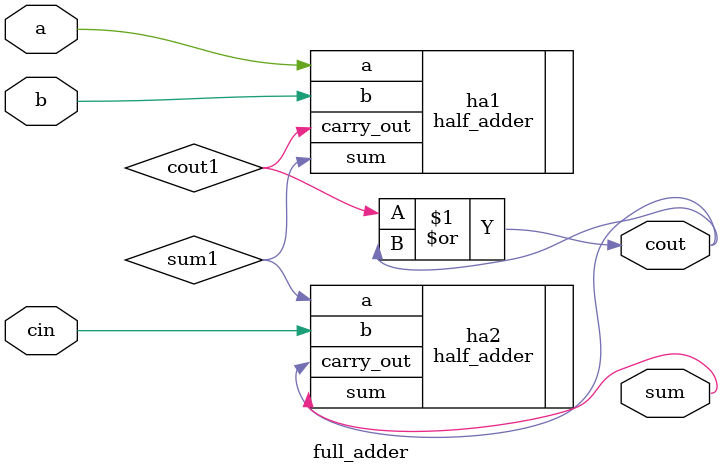
<source format=v>
`timescale 1ns / 1ps


module full_adder(
input a,b,cin,
output sum,cout
);
 wire cout1,sum1;
 
half_adder ha1 (.a(a),.b(b),.carry_out(cout1),.sum(sum1));
half_adder ha2 (.a(sum1),.b(cin),.carry_out(cout),.sum(sum));

or(cout,cout1,cout);

endmodule

</source>
